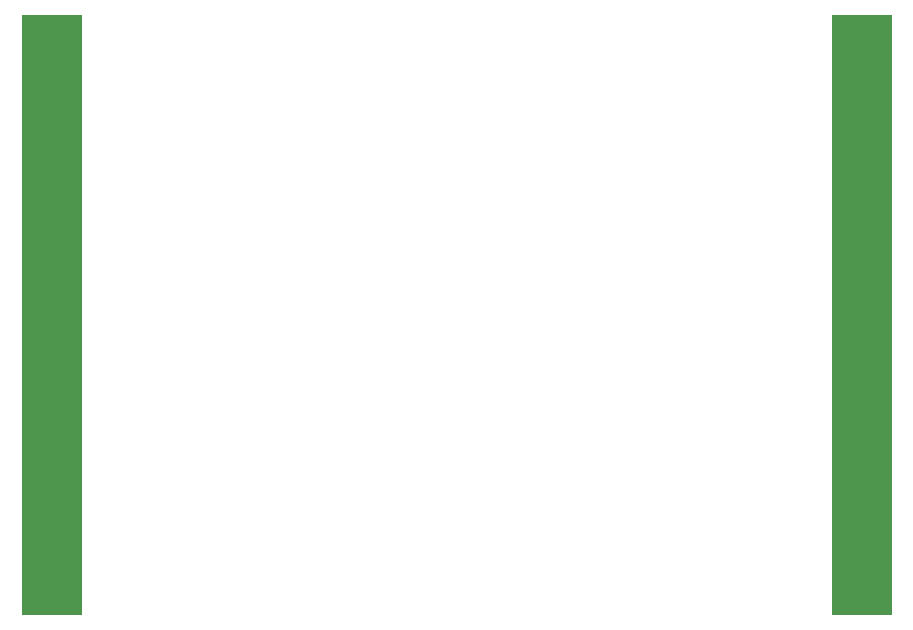
<source format=gko>
G04*
G04 #@! TF.GenerationSoftware,Altium Limited,Altium Designer,22.9.1 (49)*
G04*
G04 Layer_Color=16711935*
%FSLAX25Y25*%
%MOIN*%
G70*
G04*
G04 #@! TF.SameCoordinates,5559CDC9-6134-4E51-B498-14E690802BEE*
G04*
G04*
G04 #@! TF.FilePolarity,Positive*
G04*
G01*
G75*
%ADD45R,0.20000X2.00000*%
D45*
X-287601Y-177337D02*
D03*
X-17601D02*
D03*
M02*

</source>
